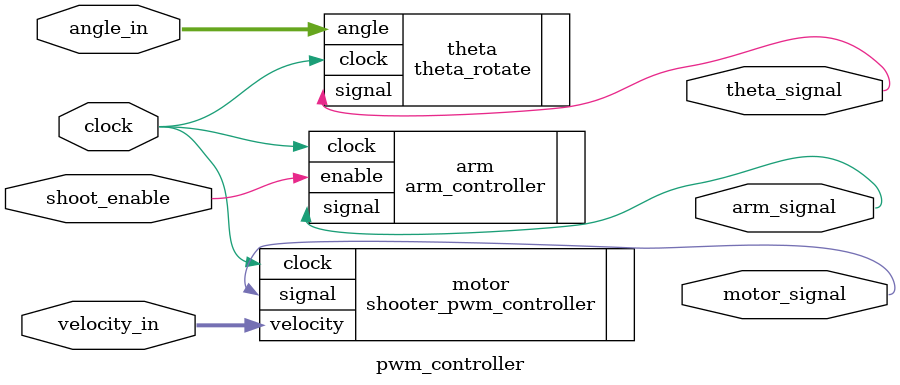
<source format=v>
module pwm_controller(
	arm_signal,
	theta_signal,
	motor_signal,
	clock,
	shoot_enable,
	angle_in,
	velocity_in
);

	output arm_signal, theta_signal, motor_signal;
	input clock, shoot_enable;
	input [31:0] angle_in, velocity_in;
	
	arm_controller arm(.signal(arm_signal), .clock(clock), .enable(shoot_enable));
	theta_rotate theta(.signal(theta_signal), .clock(clock), .angle(angle_in));
	shooter_pwm_controller motor(.signal(motor_signal), .clock(clock), .velocity(velocity_in));
	
endmodule 
</source>
